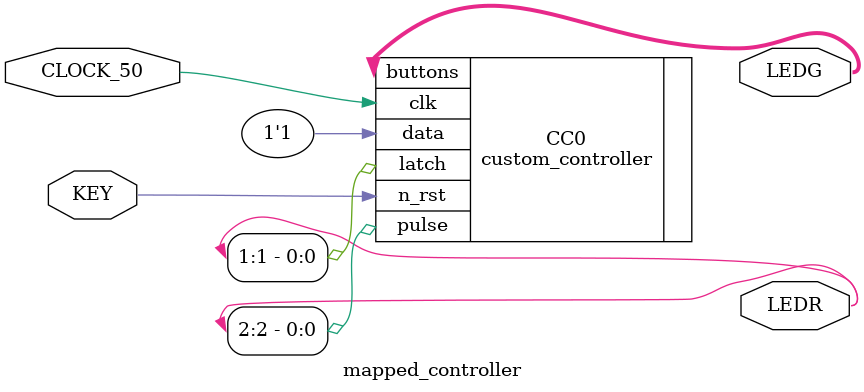
<source format=sv>

module mapped_controller
(
    input logic CLOCK_50,
    input logic [0:0]KEY,
    output logic [7:0]LEDG,
    output logic [3:0]LEDR // Really unsure if this is the way to do this.
);

    custom_controller CC0 (.clk(CLOCK_50), .n_rst(KEY[0]), .data('1), .latch(LEDR[1]), .pulse(LEDR[2]), .buttons(LEDG));

endmodule
</source>
